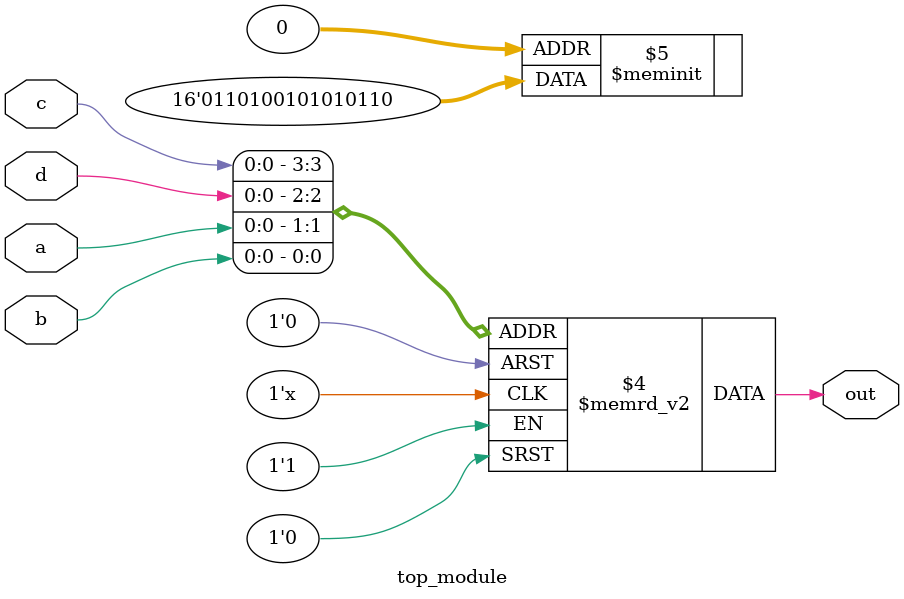
<source format=sv>
module top_module (
    input a,
    input b,
    input c,
    input d,
    output reg out
);

always @(*) begin
    case ({c, d, a, b})
        4'b0000: out = 0;
        4'b0001: out = 1;
        4'b0011: out = 0;
        4'b0010: out = 1;
        4'b0111: out = 0;
        4'b0110: out = 1;
        4'b0100: out = 1;
        4'b1000: out = 1;
        4'b1001: out = 0;
        4'b1011: out = 1;
        4'b1010: out = 0;
        4'b1110: out = 1;
        4'b1111: out = 0;
        4'b1101: out = 1;
        default: out = 0;
    endcase
end

endmodule

</source>
